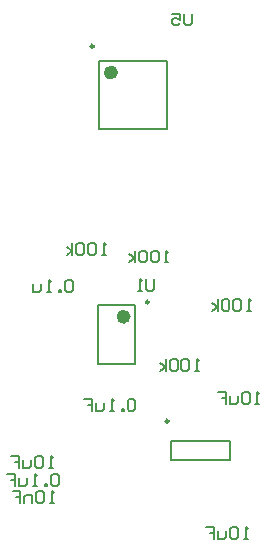
<source format=gbo>
G04 Layer_Color=32896*
%FSLAX43Y43*%
%MOMM*%
G71*
G01*
G75*
%ADD20C,0.200*%
%ADD40C,0.250*%
%ADD41C,0.600*%
%ADD43C,0.184*%
D20*
X13775Y38425D02*
Y44175D01*
X8025Y38425D02*
Y44175D01*
Y38425D02*
X13775D01*
X8025Y44175D02*
X13775D01*
X11100Y18500D02*
Y23500D01*
X7900Y18500D02*
Y23500D01*
X11100D01*
X7900Y18500D02*
X11100D01*
X14100Y12000D02*
X19100D01*
X14100Y10400D02*
X19100D01*
X14100D02*
Y12000D01*
X19100Y10400D02*
Y12000D01*
D40*
X7575Y45400D02*
G03*
X7575Y45400I-125J0D01*
G01*
X12250Y23730D02*
G03*
X12250Y23730I-125J0D01*
G01*
X13920Y13650D02*
G03*
X13920Y13650I-125J0D01*
G01*
D41*
X9325Y43175D02*
G03*
X9325Y43175I-300J0D01*
G01*
X10400Y22500D02*
G03*
X10400Y22500I-300J0D01*
G01*
D43*
X8600Y27700D02*
X8267D01*
X8433D01*
Y28700D01*
X8600Y28533D01*
X7767D02*
X7600Y28700D01*
X7267D01*
X7100Y28533D01*
Y27867D01*
X7267Y27700D01*
X7600D01*
X7767Y27867D01*
Y28533D01*
X6767D02*
X6601Y28700D01*
X6267D01*
X6101Y28533D01*
Y27867D01*
X6267Y27700D01*
X6601D01*
X6767Y27867D01*
Y28533D01*
X5768Y27700D02*
Y28700D01*
Y28033D02*
X5268Y28366D01*
X5768Y28033D02*
X5268Y27700D01*
X5800Y25433D02*
X5633Y25600D01*
X5300D01*
X5134Y25433D01*
Y24767D01*
X5300Y24600D01*
X5633D01*
X5800Y24767D01*
Y25433D01*
X4800Y24600D02*
Y24767D01*
X4634D01*
Y24600D01*
X4800D01*
X3967D02*
X3634D01*
X3801D01*
Y25600D01*
X3967Y25433D01*
X3134Y25266D02*
Y24767D01*
X2968Y24600D01*
X2468D01*
Y25266D01*
X13900Y27100D02*
X13567D01*
X13733D01*
Y28100D01*
X13900Y27933D01*
X13067D02*
X12900Y28100D01*
X12567D01*
X12400Y27933D01*
Y27267D01*
X12567Y27100D01*
X12900D01*
X13067Y27267D01*
Y27933D01*
X12067D02*
X11901Y28100D01*
X11567D01*
X11401Y27933D01*
Y27267D01*
X11567Y27100D01*
X11901D01*
X12067Y27267D01*
Y27933D01*
X11068Y27100D02*
Y28100D01*
Y27433D02*
X10568Y27766D01*
X11068Y27433D02*
X10568Y27100D01*
X20900Y23000D02*
X20567D01*
X20733D01*
Y24000D01*
X20900Y23833D01*
X20067D02*
X19900Y24000D01*
X19567D01*
X19400Y23833D01*
Y23167D01*
X19567Y23000D01*
X19900D01*
X20067Y23167D01*
Y23833D01*
X19067D02*
X18901Y24000D01*
X18567D01*
X18401Y23833D01*
Y23167D01*
X18567Y23000D01*
X18901D01*
X19067Y23167D01*
Y23833D01*
X18068Y23000D02*
Y24000D01*
Y23333D02*
X17568Y23666D01*
X18068Y23333D02*
X17568Y23000D01*
X16500Y17900D02*
X16167D01*
X16333D01*
Y18900D01*
X16500Y18733D01*
X15667D02*
X15500Y18900D01*
X15167D01*
X15000Y18733D01*
Y18067D01*
X15167Y17900D01*
X15500D01*
X15667Y18067D01*
Y18733D01*
X14667D02*
X14501Y18900D01*
X14167D01*
X14001Y18733D01*
Y18067D01*
X14167Y17900D01*
X14501D01*
X14667Y18067D01*
Y18733D01*
X13668Y17900D02*
Y18900D01*
Y18233D02*
X13168Y18566D01*
X13668Y18233D02*
X13168Y17900D01*
X11100Y15333D02*
X10933Y15500D01*
X10600D01*
X10434Y15333D01*
Y14667D01*
X10600Y14500D01*
X10933D01*
X11100Y14667D01*
Y15333D01*
X10100Y14500D02*
Y14667D01*
X9934D01*
Y14500D01*
X10100D01*
X9267D02*
X8934D01*
X9101D01*
Y15500D01*
X9267Y15333D01*
X8434Y15166D02*
Y14667D01*
X8268Y14500D01*
X7768D01*
Y15166D01*
X6768Y15500D02*
X7435D01*
Y15000D01*
X7101D01*
X7435D01*
Y14500D01*
X21600Y15100D02*
X21267D01*
X21433D01*
Y16100D01*
X21600Y15933D01*
X20767D02*
X20600Y16100D01*
X20267D01*
X20100Y15933D01*
Y15267D01*
X20267Y15100D01*
X20600D01*
X20767Y15267D01*
Y15933D01*
X19767Y15766D02*
Y15267D01*
X19601Y15100D01*
X19101D01*
Y15766D01*
X18101Y16100D02*
X18768D01*
Y15600D01*
X18434D01*
X18768D01*
Y15100D01*
X20600Y3700D02*
X20267D01*
X20433D01*
Y4700D01*
X20600Y4533D01*
X19767D02*
X19600Y4700D01*
X19267D01*
X19100Y4533D01*
Y3867D01*
X19267Y3700D01*
X19600D01*
X19767Y3867D01*
Y4533D01*
X18767Y4366D02*
Y3867D01*
X18601Y3700D01*
X18101D01*
Y4366D01*
X17101Y4700D02*
X17768D01*
Y4200D01*
X17434D01*
X17768D01*
Y3700D01*
X4100Y9700D02*
X3767D01*
X3933D01*
Y10700D01*
X4100Y10533D01*
X3267D02*
X3100Y10700D01*
X2767D01*
X2600Y10533D01*
Y9867D01*
X2767Y9700D01*
X3100D01*
X3267Y9867D01*
Y10533D01*
X2267Y10366D02*
Y9867D01*
X2101Y9700D01*
X1601D01*
Y10366D01*
X601Y10700D02*
X1268D01*
Y10200D01*
X934D01*
X1268D01*
Y9700D01*
X4600Y9033D02*
X4433Y9200D01*
X4100D01*
X3934Y9033D01*
Y8367D01*
X4100Y8200D01*
X4433D01*
X4600Y8367D01*
Y9033D01*
X3600Y8200D02*
Y8367D01*
X3434D01*
Y8200D01*
X3600D01*
X2767D02*
X2434D01*
X2601D01*
Y9200D01*
X2767Y9033D01*
X1934Y8866D02*
Y8367D01*
X1768Y8200D01*
X1268D01*
Y8866D01*
X268Y9200D02*
X935D01*
Y8700D01*
X601D01*
X935D01*
Y8200D01*
X4200Y6700D02*
X3867D01*
X4033D01*
Y7700D01*
X4200Y7533D01*
X3367D02*
X3200Y7700D01*
X2867D01*
X2700Y7533D01*
Y6867D01*
X2867Y6700D01*
X3200D01*
X3367Y6867D01*
Y7533D01*
X2367Y6700D02*
Y7366D01*
X1867D01*
X1701Y7200D01*
Y6700D01*
X701Y7700D02*
X1368D01*
Y7200D01*
X1034D01*
X1368D01*
Y6700D01*
X15893Y48158D02*
Y47325D01*
X15726Y47158D01*
X15393D01*
X15226Y47325D01*
Y48158D01*
X14226D02*
X14893D01*
Y47658D01*
X14560Y47825D01*
X14393D01*
X14226Y47658D01*
Y47325D01*
X14393Y47158D01*
X14726D01*
X14893Y47325D01*
X12692Y25679D02*
Y24846D01*
X12526Y24679D01*
X12192D01*
X12026Y24846D01*
Y25679D01*
X11693Y24679D02*
X11359D01*
X11526D01*
Y25679D01*
X11693Y25512D01*
M02*

</source>
